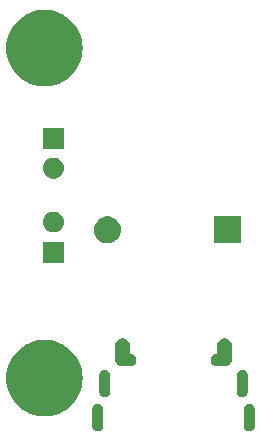
<source format=gbr>
%TF.GenerationSoftware,KiCad,Pcbnew,8.0.3*%
%TF.CreationDate,2024-07-09T21:28:31-04:00*%
%TF.ProjectId,PCB,5043422e-6b69-4636-9164-5f7063625858,rev?*%
%TF.SameCoordinates,Original*%
%TF.FileFunction,Soldermask,Bot*%
%TF.FilePolarity,Negative*%
%FSLAX46Y46*%
G04 Gerber Fmt 4.6, Leading zero omitted, Abs format (unit mm)*
G04 Created by KiCad (PCBNEW 8.0.3) date 2024-07-09 21:28:31*
%MOMM*%
%LPD*%
G01*
G04 APERTURE LIST*
G04 APERTURE END LIST*
G36*
X51161182Y-81219244D02*
G01*
X51265857Y-81279677D01*
X51351323Y-81365143D01*
X51411756Y-81469818D01*
X51443039Y-81586566D01*
X51447000Y-83047000D01*
X51443039Y-83107434D01*
X51411756Y-83224182D01*
X51351323Y-83328857D01*
X51265857Y-83414323D01*
X51161182Y-83474756D01*
X51044434Y-83506039D01*
X50923566Y-83506039D01*
X50806818Y-83474756D01*
X50702143Y-83414323D01*
X50616677Y-83328857D01*
X50556244Y-83224182D01*
X50524961Y-83107434D01*
X50521000Y-81647000D01*
X50524961Y-81586566D01*
X50556244Y-81469818D01*
X50616677Y-81365143D01*
X50702143Y-81279677D01*
X50806818Y-81219244D01*
X50923566Y-81187961D01*
X51044434Y-81187961D01*
X51161182Y-81219244D01*
G37*
G36*
X64001182Y-81219244D02*
G01*
X64105857Y-81279677D01*
X64191323Y-81365143D01*
X64251756Y-81469818D01*
X64283039Y-81586566D01*
X64287000Y-83047000D01*
X64283039Y-83107434D01*
X64251756Y-83224182D01*
X64191323Y-83328857D01*
X64105857Y-83414323D01*
X64001182Y-83474756D01*
X63884434Y-83506039D01*
X63763566Y-83506039D01*
X63646818Y-83474756D01*
X63542143Y-83414323D01*
X63456677Y-83328857D01*
X63396244Y-83224182D01*
X63364961Y-83107434D01*
X63361000Y-81647000D01*
X63364961Y-81586566D01*
X63396244Y-81469818D01*
X63456677Y-81365143D01*
X63542143Y-81279677D01*
X63646818Y-81219244D01*
X63763566Y-81187961D01*
X63884434Y-81187961D01*
X64001182Y-81219244D01*
G37*
G36*
X47005850Y-75798656D02*
G01*
X47348257Y-75874025D01*
X47680507Y-75985973D01*
X47998707Y-76133188D01*
X48299124Y-76313943D01*
X48578237Y-76526119D01*
X48832773Y-76767229D01*
X49059749Y-77034446D01*
X49256504Y-77324637D01*
X49420729Y-77634399D01*
X49550501Y-77960102D01*
X49644297Y-78297926D01*
X49701019Y-78643911D01*
X49720000Y-78994000D01*
X49701019Y-79344089D01*
X49644297Y-79690074D01*
X49550501Y-80027898D01*
X49420729Y-80353601D01*
X49256504Y-80663363D01*
X49059749Y-80953554D01*
X48832773Y-81220771D01*
X48578237Y-81461881D01*
X48299124Y-81674057D01*
X47998707Y-81854812D01*
X47680507Y-82002027D01*
X47348257Y-82113975D01*
X47005850Y-82189344D01*
X46657302Y-82227251D01*
X46306698Y-82227251D01*
X45958150Y-82189344D01*
X45615743Y-82113975D01*
X45283493Y-82002027D01*
X44965293Y-81854812D01*
X44664876Y-81674057D01*
X44385763Y-81461881D01*
X44131227Y-81220771D01*
X43904251Y-80953554D01*
X43707496Y-80663363D01*
X43543271Y-80353601D01*
X43413499Y-80027898D01*
X43319703Y-79690074D01*
X43262981Y-79344089D01*
X43244000Y-78994000D01*
X43262981Y-78643911D01*
X43319703Y-78297926D01*
X43413499Y-77960102D01*
X43543271Y-77634399D01*
X43707496Y-77324637D01*
X43904251Y-77034446D01*
X44131227Y-76767229D01*
X44385763Y-76526119D01*
X44664876Y-76313943D01*
X44965293Y-76133188D01*
X45283493Y-75985973D01*
X45615743Y-75874025D01*
X45958150Y-75798656D01*
X46306698Y-75760749D01*
X46657302Y-75760749D01*
X47005850Y-75798656D01*
G37*
G36*
X51761182Y-78319244D02*
G01*
X51865857Y-78379677D01*
X51951323Y-78465143D01*
X52011756Y-78569818D01*
X52043039Y-78686566D01*
X52047000Y-80147000D01*
X52043039Y-80207434D01*
X52011756Y-80324182D01*
X51951323Y-80428857D01*
X51865857Y-80514323D01*
X51761182Y-80574756D01*
X51644434Y-80606039D01*
X51523566Y-80606039D01*
X51406818Y-80574756D01*
X51302143Y-80514323D01*
X51216677Y-80428857D01*
X51156244Y-80324182D01*
X51124961Y-80207434D01*
X51121000Y-78747000D01*
X51124961Y-78686566D01*
X51156244Y-78569818D01*
X51216677Y-78465143D01*
X51302143Y-78379677D01*
X51406818Y-78319244D01*
X51523566Y-78287961D01*
X51644434Y-78287961D01*
X51761182Y-78319244D01*
G37*
G36*
X63401182Y-78319244D02*
G01*
X63505857Y-78379677D01*
X63591323Y-78465143D01*
X63651756Y-78569818D01*
X63683039Y-78686566D01*
X63687000Y-80147000D01*
X63683039Y-80207434D01*
X63651756Y-80324182D01*
X63591323Y-80428857D01*
X63505857Y-80514323D01*
X63401182Y-80574756D01*
X63284434Y-80606039D01*
X63163566Y-80606039D01*
X63046818Y-80574756D01*
X62942143Y-80514323D01*
X62856677Y-80428857D01*
X62796244Y-80324182D01*
X62764961Y-80207434D01*
X62761000Y-78747000D01*
X62764961Y-78686566D01*
X62796244Y-78569818D01*
X62856677Y-78465143D01*
X62942143Y-78379677D01*
X63046818Y-78319244D01*
X63163566Y-78287961D01*
X63284434Y-78287961D01*
X63401182Y-78319244D01*
G37*
G36*
X53269202Y-75646472D02*
G01*
X53384751Y-75694334D01*
X53488743Y-75763819D01*
X53577181Y-75852257D01*
X53646666Y-75956249D01*
X53694528Y-76071798D01*
X53718928Y-76194465D01*
X53720849Y-76921684D01*
X53747654Y-76950222D01*
X53797265Y-76953474D01*
X53929143Y-76988811D01*
X54047382Y-77057076D01*
X54143924Y-77153618D01*
X54212189Y-77271857D01*
X54247526Y-77403735D01*
X54247526Y-77540265D01*
X54212189Y-77672143D01*
X54143924Y-77790382D01*
X54047382Y-77886924D01*
X53929143Y-77955189D01*
X53797265Y-77990526D01*
X53089000Y-77995000D01*
X53042127Y-77991928D01*
X53021465Y-77991928D01*
X52898798Y-77967528D01*
X52783249Y-77919666D01*
X52679257Y-77850181D01*
X52590819Y-77761743D01*
X52521334Y-77657751D01*
X52473472Y-77542202D01*
X52449072Y-77419535D01*
X52446000Y-76257000D01*
X52449072Y-76194465D01*
X52473472Y-76071798D01*
X52521334Y-75956249D01*
X52590819Y-75852257D01*
X52679257Y-75763819D01*
X52783249Y-75694334D01*
X52898798Y-75646472D01*
X53021465Y-75622072D01*
X53146535Y-75622072D01*
X53269202Y-75646472D01*
G37*
G36*
X61909202Y-75646472D02*
G01*
X62024751Y-75694334D01*
X62128743Y-75763819D01*
X62217181Y-75852257D01*
X62286666Y-75956249D01*
X62334528Y-76071798D01*
X62358928Y-76194465D01*
X62362000Y-77357000D01*
X62358928Y-77419535D01*
X62334528Y-77542202D01*
X62286666Y-77657751D01*
X62217181Y-77761743D01*
X62128743Y-77850181D01*
X62024751Y-77919666D01*
X61909202Y-77967528D01*
X61786535Y-77991928D01*
X61661465Y-77991928D01*
X61658505Y-77991339D01*
X61079000Y-77995000D01*
X61010735Y-77990526D01*
X60878857Y-77955189D01*
X60760618Y-77886924D01*
X60664076Y-77790382D01*
X60595811Y-77672143D01*
X60560474Y-77540265D01*
X60560474Y-77403735D01*
X60595811Y-77271857D01*
X60664076Y-77153618D01*
X60760618Y-77057076D01*
X60878857Y-76988811D01*
X61010735Y-76953474D01*
X61059186Y-76953167D01*
X61087763Y-76924311D01*
X61086000Y-76257000D01*
X61089072Y-76194465D01*
X61113472Y-76071798D01*
X61161334Y-75956249D01*
X61230819Y-75852257D01*
X61319257Y-75763819D01*
X61423249Y-75694334D01*
X61538798Y-75646472D01*
X61661465Y-75622072D01*
X61786535Y-75622072D01*
X61909202Y-75646472D01*
G37*
G36*
X48108542Y-67428893D02*
G01*
X48120870Y-67437130D01*
X48129107Y-67449458D01*
X48132000Y-67464000D01*
X48132000Y-69164000D01*
X48129107Y-69178542D01*
X48120870Y-69190870D01*
X48108542Y-69199107D01*
X48094000Y-69202000D01*
X46394000Y-69202000D01*
X46379458Y-69199107D01*
X46367130Y-69190870D01*
X46358893Y-69178542D01*
X46356000Y-69164000D01*
X46356000Y-67464000D01*
X46358893Y-67449458D01*
X46367130Y-67437130D01*
X46379458Y-67428893D01*
X46394000Y-67426000D01*
X48094000Y-67426000D01*
X48108542Y-67428893D01*
G37*
G36*
X63090542Y-65285893D02*
G01*
X63102870Y-65294130D01*
X63111107Y-65306458D01*
X63114000Y-65321000D01*
X63114000Y-67521000D01*
X63111107Y-67535542D01*
X63102870Y-67547870D01*
X63090542Y-67556107D01*
X63076000Y-67559000D01*
X60876000Y-67559000D01*
X60861458Y-67556107D01*
X60849130Y-67547870D01*
X60840893Y-67535542D01*
X60838000Y-67521000D01*
X60838000Y-65321000D01*
X60840893Y-65306458D01*
X60849130Y-65294130D01*
X60861458Y-65285893D01*
X60876000Y-65283000D01*
X63076000Y-65283000D01*
X63090542Y-65285893D01*
G37*
G36*
X52127428Y-65326442D02*
G01*
X52323250Y-65402304D01*
X52501798Y-65512856D01*
X52656992Y-65654334D01*
X52783547Y-65821920D01*
X52877153Y-66009907D01*
X52934623Y-66211893D01*
X52954000Y-66421000D01*
X52934623Y-66630107D01*
X52877153Y-66832093D01*
X52783547Y-67020080D01*
X52656992Y-67187666D01*
X52501798Y-67329144D01*
X52323250Y-67439696D01*
X52127428Y-67515558D01*
X51921001Y-67554145D01*
X51710999Y-67554145D01*
X51504572Y-67515558D01*
X51308750Y-67439696D01*
X51130202Y-67329144D01*
X50975008Y-67187666D01*
X50848453Y-67020080D01*
X50754847Y-66832093D01*
X50697377Y-66630107D01*
X50678000Y-66421000D01*
X50697377Y-66211893D01*
X50754847Y-66009907D01*
X50848453Y-65821920D01*
X50975008Y-65654334D01*
X51130202Y-65512856D01*
X51308750Y-65402304D01*
X51504572Y-65326442D01*
X51710999Y-65287855D01*
X51921001Y-65287855D01*
X52127428Y-65326442D01*
G37*
G36*
X47518407Y-64929462D02*
G01*
X47688000Y-65004969D01*
X47838188Y-65114087D01*
X47962407Y-65252047D01*
X48055228Y-65412818D01*
X48112595Y-65589374D01*
X48132000Y-65774000D01*
X48112595Y-65958626D01*
X48055228Y-66135182D01*
X47962407Y-66295953D01*
X47838188Y-66433913D01*
X47688000Y-66543031D01*
X47518407Y-66618538D01*
X47336821Y-66657135D01*
X47151179Y-66657135D01*
X46969593Y-66618538D01*
X46800000Y-66543031D01*
X46649812Y-66433913D01*
X46525593Y-66295953D01*
X46432772Y-66135182D01*
X46375405Y-65958626D01*
X46356000Y-65774000D01*
X46375405Y-65589374D01*
X46432772Y-65412818D01*
X46525593Y-65252047D01*
X46649812Y-65114087D01*
X46800000Y-65004969D01*
X46969593Y-64929462D01*
X47151179Y-64890865D01*
X47336821Y-64890865D01*
X47518407Y-64929462D01*
G37*
G36*
X47518407Y-60372462D02*
G01*
X47688000Y-60447969D01*
X47838188Y-60557087D01*
X47962407Y-60695047D01*
X48055228Y-60855818D01*
X48112595Y-61032374D01*
X48132000Y-61217000D01*
X48112595Y-61401626D01*
X48055228Y-61578182D01*
X47962407Y-61738953D01*
X47838188Y-61876913D01*
X47688000Y-61986031D01*
X47518407Y-62061538D01*
X47336821Y-62100135D01*
X47151179Y-62100135D01*
X46969593Y-62061538D01*
X46800000Y-61986031D01*
X46649812Y-61876913D01*
X46525593Y-61738953D01*
X46432772Y-61578182D01*
X46375405Y-61401626D01*
X46356000Y-61217000D01*
X46375405Y-61032374D01*
X46432772Y-60855818D01*
X46525593Y-60695047D01*
X46649812Y-60557087D01*
X46800000Y-60447969D01*
X46969593Y-60372462D01*
X47151179Y-60333865D01*
X47336821Y-60333865D01*
X47518407Y-60372462D01*
G37*
G36*
X48108542Y-57791893D02*
G01*
X48120870Y-57800130D01*
X48129107Y-57812458D01*
X48132000Y-57827000D01*
X48132000Y-59527000D01*
X48129107Y-59541542D01*
X48120870Y-59553870D01*
X48108542Y-59562107D01*
X48094000Y-59565000D01*
X46394000Y-59565000D01*
X46379458Y-59562107D01*
X46367130Y-59553870D01*
X46358893Y-59541542D01*
X46356000Y-59527000D01*
X46356000Y-57827000D01*
X46358893Y-57812458D01*
X46367130Y-57800130D01*
X46379458Y-57791893D01*
X46394000Y-57789000D01*
X48094000Y-57789000D01*
X48108542Y-57791893D01*
G37*
G36*
X47005850Y-47858656D02*
G01*
X47348257Y-47934025D01*
X47680507Y-48045973D01*
X47998707Y-48193188D01*
X48299124Y-48373943D01*
X48578237Y-48586119D01*
X48832773Y-48827229D01*
X49059749Y-49094446D01*
X49256504Y-49384637D01*
X49420729Y-49694399D01*
X49550501Y-50020102D01*
X49644297Y-50357926D01*
X49701019Y-50703911D01*
X49720000Y-51054000D01*
X49701019Y-51404089D01*
X49644297Y-51750074D01*
X49550501Y-52087898D01*
X49420729Y-52413601D01*
X49256504Y-52723363D01*
X49059749Y-53013554D01*
X48832773Y-53280771D01*
X48578237Y-53521881D01*
X48299124Y-53734057D01*
X47998707Y-53914812D01*
X47680507Y-54062027D01*
X47348257Y-54173975D01*
X47005850Y-54249344D01*
X46657302Y-54287251D01*
X46306698Y-54287251D01*
X45958150Y-54249344D01*
X45615743Y-54173975D01*
X45283493Y-54062027D01*
X44965293Y-53914812D01*
X44664876Y-53734057D01*
X44385763Y-53521881D01*
X44131227Y-53280771D01*
X43904251Y-53013554D01*
X43707496Y-52723363D01*
X43543271Y-52413601D01*
X43413499Y-52087898D01*
X43319703Y-51750074D01*
X43262981Y-51404089D01*
X43244000Y-51054000D01*
X43262981Y-50703911D01*
X43319703Y-50357926D01*
X43413499Y-50020102D01*
X43543271Y-49694399D01*
X43707496Y-49384637D01*
X43904251Y-49094446D01*
X44131227Y-48827229D01*
X44385763Y-48586119D01*
X44664876Y-48373943D01*
X44965293Y-48193188D01*
X45283493Y-48045973D01*
X45615743Y-47934025D01*
X45958150Y-47858656D01*
X46306698Y-47820749D01*
X46657302Y-47820749D01*
X47005850Y-47858656D01*
G37*
M02*

</source>
